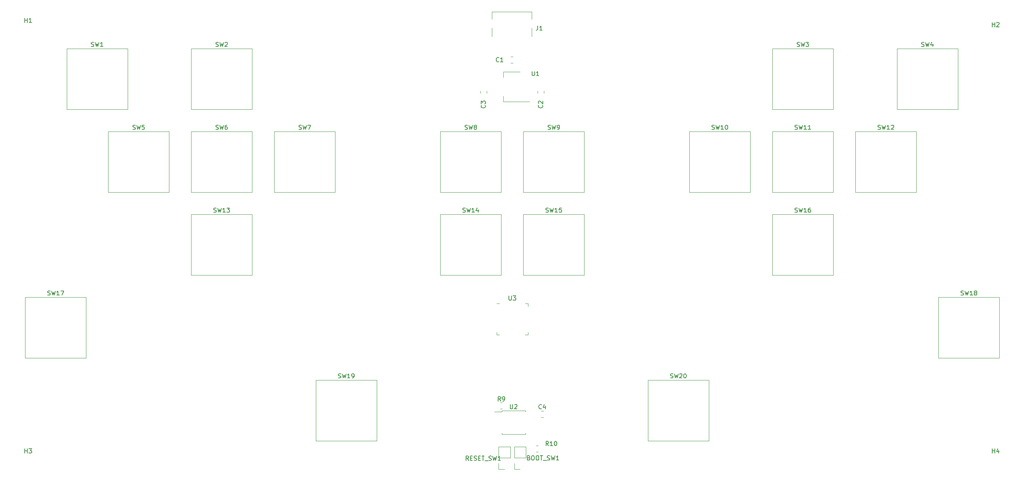
<source format=gbr>
%TF.GenerationSoftware,KiCad,Pcbnew,7.0.7*%
%TF.CreationDate,2023-10-04T19:00:40+09:00*%
%TF.ProjectId,Sixtar-Switch,53697874-6172-42d5-9377-697463682e6b,rev?*%
%TF.SameCoordinates,Original*%
%TF.FileFunction,Legend,Top*%
%TF.FilePolarity,Positive*%
%FSLAX46Y46*%
G04 Gerber Fmt 4.6, Leading zero omitted, Abs format (unit mm)*
G04 Created by KiCad (PCBNEW 7.0.7) date 2023-10-04 19:00:40*
%MOMM*%
%LPD*%
G01*
G04 APERTURE LIST*
%ADD10C,0.150000*%
%ADD11C,0.120000*%
G04 APERTURE END LIST*
D10*
X248238095Y-119454819D02*
X248238095Y-118454819D01*
X248238095Y-118931009D02*
X248809523Y-118931009D01*
X248809523Y-119454819D02*
X248809523Y-118454819D01*
X249714285Y-118788152D02*
X249714285Y-119454819D01*
X249476190Y-118407200D02*
X249238095Y-119121485D01*
X249238095Y-119121485D02*
X249857142Y-119121485D01*
X26238095Y-119454819D02*
X26238095Y-118454819D01*
X26238095Y-118931009D02*
X26809523Y-118931009D01*
X26809523Y-119454819D02*
X26809523Y-118454819D01*
X27190476Y-118454819D02*
X27809523Y-118454819D01*
X27809523Y-118454819D02*
X27476190Y-118835771D01*
X27476190Y-118835771D02*
X27619047Y-118835771D01*
X27619047Y-118835771D02*
X27714285Y-118883390D01*
X27714285Y-118883390D02*
X27761904Y-118931009D01*
X27761904Y-118931009D02*
X27809523Y-119026247D01*
X27809523Y-119026247D02*
X27809523Y-119264342D01*
X27809523Y-119264342D02*
X27761904Y-119359580D01*
X27761904Y-119359580D02*
X27714285Y-119407200D01*
X27714285Y-119407200D02*
X27619047Y-119454819D01*
X27619047Y-119454819D02*
X27333333Y-119454819D01*
X27333333Y-119454819D02*
X27238095Y-119407200D01*
X27238095Y-119407200D02*
X27190476Y-119359580D01*
X248238095Y-21454819D02*
X248238095Y-20454819D01*
X248238095Y-20931009D02*
X248809523Y-20931009D01*
X248809523Y-21454819D02*
X248809523Y-20454819D01*
X249238095Y-20550057D02*
X249285714Y-20502438D01*
X249285714Y-20502438D02*
X249380952Y-20454819D01*
X249380952Y-20454819D02*
X249619047Y-20454819D01*
X249619047Y-20454819D02*
X249714285Y-20502438D01*
X249714285Y-20502438D02*
X249761904Y-20550057D01*
X249761904Y-20550057D02*
X249809523Y-20645295D01*
X249809523Y-20645295D02*
X249809523Y-20740533D01*
X249809523Y-20740533D02*
X249761904Y-20883390D01*
X249761904Y-20883390D02*
X249190476Y-21454819D01*
X249190476Y-21454819D02*
X249809523Y-21454819D01*
X26238095Y-20454819D02*
X26238095Y-19454819D01*
X26238095Y-19931009D02*
X26809523Y-19931009D01*
X26809523Y-20454819D02*
X26809523Y-19454819D01*
X27809523Y-20454819D02*
X27238095Y-20454819D01*
X27523809Y-20454819D02*
X27523809Y-19454819D01*
X27523809Y-19454819D02*
X27428571Y-19597676D01*
X27428571Y-19597676D02*
X27333333Y-19692914D01*
X27333333Y-19692914D02*
X27238095Y-19740533D01*
X98196726Y-102165075D02*
X98339583Y-102212694D01*
X98339583Y-102212694D02*
X98577678Y-102212694D01*
X98577678Y-102212694D02*
X98672916Y-102165075D01*
X98672916Y-102165075D02*
X98720535Y-102117455D01*
X98720535Y-102117455D02*
X98768154Y-102022217D01*
X98768154Y-102022217D02*
X98768154Y-101926979D01*
X98768154Y-101926979D02*
X98720535Y-101831741D01*
X98720535Y-101831741D02*
X98672916Y-101784122D01*
X98672916Y-101784122D02*
X98577678Y-101736503D01*
X98577678Y-101736503D02*
X98387202Y-101688884D01*
X98387202Y-101688884D02*
X98291964Y-101641265D01*
X98291964Y-101641265D02*
X98244345Y-101593646D01*
X98244345Y-101593646D02*
X98196726Y-101498408D01*
X98196726Y-101498408D02*
X98196726Y-101403170D01*
X98196726Y-101403170D02*
X98244345Y-101307932D01*
X98244345Y-101307932D02*
X98291964Y-101260313D01*
X98291964Y-101260313D02*
X98387202Y-101212694D01*
X98387202Y-101212694D02*
X98625297Y-101212694D01*
X98625297Y-101212694D02*
X98768154Y-101260313D01*
X99101488Y-101212694D02*
X99339583Y-102212694D01*
X99339583Y-102212694D02*
X99530059Y-101498408D01*
X99530059Y-101498408D02*
X99720535Y-102212694D01*
X99720535Y-102212694D02*
X99958631Y-101212694D01*
X100863392Y-102212694D02*
X100291964Y-102212694D01*
X100577678Y-102212694D02*
X100577678Y-101212694D01*
X100577678Y-101212694D02*
X100482440Y-101355551D01*
X100482440Y-101355551D02*
X100387202Y-101450789D01*
X100387202Y-101450789D02*
X100291964Y-101498408D01*
X101339583Y-102212694D02*
X101530059Y-102212694D01*
X101530059Y-102212694D02*
X101625297Y-102165075D01*
X101625297Y-102165075D02*
X101672916Y-102117455D01*
X101672916Y-102117455D02*
X101768154Y-101974598D01*
X101768154Y-101974598D02*
X101815773Y-101784122D01*
X101815773Y-101784122D02*
X101815773Y-101403170D01*
X101815773Y-101403170D02*
X101768154Y-101307932D01*
X101768154Y-101307932D02*
X101720535Y-101260313D01*
X101720535Y-101260313D02*
X101625297Y-101212694D01*
X101625297Y-101212694D02*
X101434821Y-101212694D01*
X101434821Y-101212694D02*
X101339583Y-101260313D01*
X101339583Y-101260313D02*
X101291964Y-101307932D01*
X101291964Y-101307932D02*
X101244345Y-101403170D01*
X101244345Y-101403170D02*
X101244345Y-101641265D01*
X101244345Y-101641265D02*
X101291964Y-101736503D01*
X101291964Y-101736503D02*
X101339583Y-101784122D01*
X101339583Y-101784122D02*
X101434821Y-101831741D01*
X101434821Y-101831741D02*
X101625297Y-101831741D01*
X101625297Y-101831741D02*
X101720535Y-101784122D01*
X101720535Y-101784122D02*
X101768154Y-101736503D01*
X101768154Y-101736503D02*
X101815773Y-101641265D01*
X137338095Y-83334819D02*
X137338095Y-84144342D01*
X137338095Y-84144342D02*
X137385714Y-84239580D01*
X137385714Y-84239580D02*
X137433333Y-84287200D01*
X137433333Y-84287200D02*
X137528571Y-84334819D01*
X137528571Y-84334819D02*
X137719047Y-84334819D01*
X137719047Y-84334819D02*
X137814285Y-84287200D01*
X137814285Y-84287200D02*
X137861904Y-84239580D01*
X137861904Y-84239580D02*
X137909523Y-84144342D01*
X137909523Y-84144342D02*
X137909523Y-83334819D01*
X138290476Y-83334819D02*
X138909523Y-83334819D01*
X138909523Y-83334819D02*
X138576190Y-83715771D01*
X138576190Y-83715771D02*
X138719047Y-83715771D01*
X138719047Y-83715771D02*
X138814285Y-83763390D01*
X138814285Y-83763390D02*
X138861904Y-83811009D01*
X138861904Y-83811009D02*
X138909523Y-83906247D01*
X138909523Y-83906247D02*
X138909523Y-84144342D01*
X138909523Y-84144342D02*
X138861904Y-84239580D01*
X138861904Y-84239580D02*
X138814285Y-84287200D01*
X138814285Y-84287200D02*
X138719047Y-84334819D01*
X138719047Y-84334819D02*
X138433333Y-84334819D01*
X138433333Y-84334819D02*
X138338095Y-84287200D01*
X138338095Y-84287200D02*
X138290476Y-84239580D01*
X128067856Y-121134819D02*
X127734523Y-120658628D01*
X127496428Y-121134819D02*
X127496428Y-120134819D01*
X127496428Y-120134819D02*
X127877380Y-120134819D01*
X127877380Y-120134819D02*
X127972618Y-120182438D01*
X127972618Y-120182438D02*
X128020237Y-120230057D01*
X128020237Y-120230057D02*
X128067856Y-120325295D01*
X128067856Y-120325295D02*
X128067856Y-120468152D01*
X128067856Y-120468152D02*
X128020237Y-120563390D01*
X128020237Y-120563390D02*
X127972618Y-120611009D01*
X127972618Y-120611009D02*
X127877380Y-120658628D01*
X127877380Y-120658628D02*
X127496428Y-120658628D01*
X128496428Y-120611009D02*
X128829761Y-120611009D01*
X128972618Y-121134819D02*
X128496428Y-121134819D01*
X128496428Y-121134819D02*
X128496428Y-120134819D01*
X128496428Y-120134819D02*
X128972618Y-120134819D01*
X129353571Y-121087200D02*
X129496428Y-121134819D01*
X129496428Y-121134819D02*
X129734523Y-121134819D01*
X129734523Y-121134819D02*
X129829761Y-121087200D01*
X129829761Y-121087200D02*
X129877380Y-121039580D01*
X129877380Y-121039580D02*
X129924999Y-120944342D01*
X129924999Y-120944342D02*
X129924999Y-120849104D01*
X129924999Y-120849104D02*
X129877380Y-120753866D01*
X129877380Y-120753866D02*
X129829761Y-120706247D01*
X129829761Y-120706247D02*
X129734523Y-120658628D01*
X129734523Y-120658628D02*
X129544047Y-120611009D01*
X129544047Y-120611009D02*
X129448809Y-120563390D01*
X129448809Y-120563390D02*
X129401190Y-120515771D01*
X129401190Y-120515771D02*
X129353571Y-120420533D01*
X129353571Y-120420533D02*
X129353571Y-120325295D01*
X129353571Y-120325295D02*
X129401190Y-120230057D01*
X129401190Y-120230057D02*
X129448809Y-120182438D01*
X129448809Y-120182438D02*
X129544047Y-120134819D01*
X129544047Y-120134819D02*
X129782142Y-120134819D01*
X129782142Y-120134819D02*
X129924999Y-120182438D01*
X130353571Y-120611009D02*
X130686904Y-120611009D01*
X130829761Y-121134819D02*
X130353571Y-121134819D01*
X130353571Y-121134819D02*
X130353571Y-120134819D01*
X130353571Y-120134819D02*
X130829761Y-120134819D01*
X131115476Y-120134819D02*
X131686904Y-120134819D01*
X131401190Y-121134819D02*
X131401190Y-120134819D01*
X131782143Y-121230057D02*
X132544047Y-121230057D01*
X132734524Y-121087200D02*
X132877381Y-121134819D01*
X132877381Y-121134819D02*
X133115476Y-121134819D01*
X133115476Y-121134819D02*
X133210714Y-121087200D01*
X133210714Y-121087200D02*
X133258333Y-121039580D01*
X133258333Y-121039580D02*
X133305952Y-120944342D01*
X133305952Y-120944342D02*
X133305952Y-120849104D01*
X133305952Y-120849104D02*
X133258333Y-120753866D01*
X133258333Y-120753866D02*
X133210714Y-120706247D01*
X133210714Y-120706247D02*
X133115476Y-120658628D01*
X133115476Y-120658628D02*
X132925000Y-120611009D01*
X132925000Y-120611009D02*
X132829762Y-120563390D01*
X132829762Y-120563390D02*
X132782143Y-120515771D01*
X132782143Y-120515771D02*
X132734524Y-120420533D01*
X132734524Y-120420533D02*
X132734524Y-120325295D01*
X132734524Y-120325295D02*
X132782143Y-120230057D01*
X132782143Y-120230057D02*
X132829762Y-120182438D01*
X132829762Y-120182438D02*
X132925000Y-120134819D01*
X132925000Y-120134819D02*
X133163095Y-120134819D01*
X133163095Y-120134819D02*
X133305952Y-120182438D01*
X133639286Y-120134819D02*
X133877381Y-121134819D01*
X133877381Y-121134819D02*
X134067857Y-120420533D01*
X134067857Y-120420533D02*
X134258333Y-121134819D01*
X134258333Y-121134819D02*
X134496429Y-120134819D01*
X135401190Y-121134819D02*
X134829762Y-121134819D01*
X135115476Y-121134819D02*
X135115476Y-120134819D01*
X135115476Y-120134819D02*
X135020238Y-120277676D01*
X135020238Y-120277676D02*
X134925000Y-120372914D01*
X134925000Y-120372914D02*
X134829762Y-120420533D01*
X41522917Y-25965075D02*
X41665774Y-26012694D01*
X41665774Y-26012694D02*
X41903869Y-26012694D01*
X41903869Y-26012694D02*
X41999107Y-25965075D01*
X41999107Y-25965075D02*
X42046726Y-25917455D01*
X42046726Y-25917455D02*
X42094345Y-25822217D01*
X42094345Y-25822217D02*
X42094345Y-25726979D01*
X42094345Y-25726979D02*
X42046726Y-25631741D01*
X42046726Y-25631741D02*
X41999107Y-25584122D01*
X41999107Y-25584122D02*
X41903869Y-25536503D01*
X41903869Y-25536503D02*
X41713393Y-25488884D01*
X41713393Y-25488884D02*
X41618155Y-25441265D01*
X41618155Y-25441265D02*
X41570536Y-25393646D01*
X41570536Y-25393646D02*
X41522917Y-25298408D01*
X41522917Y-25298408D02*
X41522917Y-25203170D01*
X41522917Y-25203170D02*
X41570536Y-25107932D01*
X41570536Y-25107932D02*
X41618155Y-25060313D01*
X41618155Y-25060313D02*
X41713393Y-25012694D01*
X41713393Y-25012694D02*
X41951488Y-25012694D01*
X41951488Y-25012694D02*
X42094345Y-25060313D01*
X42427679Y-25012694D02*
X42665774Y-26012694D01*
X42665774Y-26012694D02*
X42856250Y-25298408D01*
X42856250Y-25298408D02*
X43046726Y-26012694D01*
X43046726Y-26012694D02*
X43284822Y-25012694D01*
X44189583Y-26012694D02*
X43618155Y-26012694D01*
X43903869Y-26012694D02*
X43903869Y-25012694D01*
X43903869Y-25012694D02*
X43808631Y-25155551D01*
X43808631Y-25155551D02*
X43713393Y-25250789D01*
X43713393Y-25250789D02*
X43618155Y-25298408D01*
X127247917Y-45015075D02*
X127390774Y-45062694D01*
X127390774Y-45062694D02*
X127628869Y-45062694D01*
X127628869Y-45062694D02*
X127724107Y-45015075D01*
X127724107Y-45015075D02*
X127771726Y-44967455D01*
X127771726Y-44967455D02*
X127819345Y-44872217D01*
X127819345Y-44872217D02*
X127819345Y-44776979D01*
X127819345Y-44776979D02*
X127771726Y-44681741D01*
X127771726Y-44681741D02*
X127724107Y-44634122D01*
X127724107Y-44634122D02*
X127628869Y-44586503D01*
X127628869Y-44586503D02*
X127438393Y-44538884D01*
X127438393Y-44538884D02*
X127343155Y-44491265D01*
X127343155Y-44491265D02*
X127295536Y-44443646D01*
X127295536Y-44443646D02*
X127247917Y-44348408D01*
X127247917Y-44348408D02*
X127247917Y-44253170D01*
X127247917Y-44253170D02*
X127295536Y-44157932D01*
X127295536Y-44157932D02*
X127343155Y-44110313D01*
X127343155Y-44110313D02*
X127438393Y-44062694D01*
X127438393Y-44062694D02*
X127676488Y-44062694D01*
X127676488Y-44062694D02*
X127819345Y-44110313D01*
X128152679Y-44062694D02*
X128390774Y-45062694D01*
X128390774Y-45062694D02*
X128581250Y-44348408D01*
X128581250Y-44348408D02*
X128771726Y-45062694D01*
X128771726Y-45062694D02*
X129009822Y-44062694D01*
X129533631Y-44491265D02*
X129438393Y-44443646D01*
X129438393Y-44443646D02*
X129390774Y-44396027D01*
X129390774Y-44396027D02*
X129343155Y-44300789D01*
X129343155Y-44300789D02*
X129343155Y-44253170D01*
X129343155Y-44253170D02*
X129390774Y-44157932D01*
X129390774Y-44157932D02*
X129438393Y-44110313D01*
X129438393Y-44110313D02*
X129533631Y-44062694D01*
X129533631Y-44062694D02*
X129724107Y-44062694D01*
X129724107Y-44062694D02*
X129819345Y-44110313D01*
X129819345Y-44110313D02*
X129866964Y-44157932D01*
X129866964Y-44157932D02*
X129914583Y-44253170D01*
X129914583Y-44253170D02*
X129914583Y-44300789D01*
X129914583Y-44300789D02*
X129866964Y-44396027D01*
X129866964Y-44396027D02*
X129819345Y-44443646D01*
X129819345Y-44443646D02*
X129724107Y-44491265D01*
X129724107Y-44491265D02*
X129533631Y-44491265D01*
X129533631Y-44491265D02*
X129438393Y-44538884D01*
X129438393Y-44538884D02*
X129390774Y-44586503D01*
X129390774Y-44586503D02*
X129343155Y-44681741D01*
X129343155Y-44681741D02*
X129343155Y-44872217D01*
X129343155Y-44872217D02*
X129390774Y-44967455D01*
X129390774Y-44967455D02*
X129438393Y-45015075D01*
X129438393Y-45015075D02*
X129533631Y-45062694D01*
X129533631Y-45062694D02*
X129724107Y-45062694D01*
X129724107Y-45062694D02*
X129819345Y-45015075D01*
X129819345Y-45015075D02*
X129866964Y-44967455D01*
X129866964Y-44967455D02*
X129914583Y-44872217D01*
X129914583Y-44872217D02*
X129914583Y-44681741D01*
X129914583Y-44681741D02*
X129866964Y-44586503D01*
X129866964Y-44586503D02*
X129819345Y-44538884D01*
X129819345Y-44538884D02*
X129724107Y-44491265D01*
X126771726Y-64065075D02*
X126914583Y-64112694D01*
X126914583Y-64112694D02*
X127152678Y-64112694D01*
X127152678Y-64112694D02*
X127247916Y-64065075D01*
X127247916Y-64065075D02*
X127295535Y-64017455D01*
X127295535Y-64017455D02*
X127343154Y-63922217D01*
X127343154Y-63922217D02*
X127343154Y-63826979D01*
X127343154Y-63826979D02*
X127295535Y-63731741D01*
X127295535Y-63731741D02*
X127247916Y-63684122D01*
X127247916Y-63684122D02*
X127152678Y-63636503D01*
X127152678Y-63636503D02*
X126962202Y-63588884D01*
X126962202Y-63588884D02*
X126866964Y-63541265D01*
X126866964Y-63541265D02*
X126819345Y-63493646D01*
X126819345Y-63493646D02*
X126771726Y-63398408D01*
X126771726Y-63398408D02*
X126771726Y-63303170D01*
X126771726Y-63303170D02*
X126819345Y-63207932D01*
X126819345Y-63207932D02*
X126866964Y-63160313D01*
X126866964Y-63160313D02*
X126962202Y-63112694D01*
X126962202Y-63112694D02*
X127200297Y-63112694D01*
X127200297Y-63112694D02*
X127343154Y-63160313D01*
X127676488Y-63112694D02*
X127914583Y-64112694D01*
X127914583Y-64112694D02*
X128105059Y-63398408D01*
X128105059Y-63398408D02*
X128295535Y-64112694D01*
X128295535Y-64112694D02*
X128533631Y-63112694D01*
X129438392Y-64112694D02*
X128866964Y-64112694D01*
X129152678Y-64112694D02*
X129152678Y-63112694D01*
X129152678Y-63112694D02*
X129057440Y-63255551D01*
X129057440Y-63255551D02*
X128962202Y-63350789D01*
X128962202Y-63350789D02*
X128866964Y-63398408D01*
X130295535Y-63446027D02*
X130295535Y-64112694D01*
X130057440Y-63065075D02*
X129819345Y-63779360D01*
X129819345Y-63779360D02*
X130438392Y-63779360D01*
X144989580Y-39476666D02*
X145037200Y-39524285D01*
X145037200Y-39524285D02*
X145084819Y-39667142D01*
X145084819Y-39667142D02*
X145084819Y-39762380D01*
X145084819Y-39762380D02*
X145037200Y-39905237D01*
X145037200Y-39905237D02*
X144941961Y-40000475D01*
X144941961Y-40000475D02*
X144846723Y-40048094D01*
X144846723Y-40048094D02*
X144656247Y-40095713D01*
X144656247Y-40095713D02*
X144513390Y-40095713D01*
X144513390Y-40095713D02*
X144322914Y-40048094D01*
X144322914Y-40048094D02*
X144227676Y-40000475D01*
X144227676Y-40000475D02*
X144132438Y-39905237D01*
X144132438Y-39905237D02*
X144084819Y-39762380D01*
X144084819Y-39762380D02*
X144084819Y-39667142D01*
X144084819Y-39667142D02*
X144132438Y-39524285D01*
X144132438Y-39524285D02*
X144180057Y-39476666D01*
X144180057Y-39095713D02*
X144132438Y-39048094D01*
X144132438Y-39048094D02*
X144084819Y-38952856D01*
X144084819Y-38952856D02*
X144084819Y-38714761D01*
X144084819Y-38714761D02*
X144132438Y-38619523D01*
X144132438Y-38619523D02*
X144180057Y-38571904D01*
X144180057Y-38571904D02*
X144275295Y-38524285D01*
X144275295Y-38524285D02*
X144370533Y-38524285D01*
X144370533Y-38524285D02*
X144513390Y-38571904D01*
X144513390Y-38571904D02*
X145084819Y-39143332D01*
X145084819Y-39143332D02*
X145084819Y-38524285D01*
X202971726Y-64065075D02*
X203114583Y-64112694D01*
X203114583Y-64112694D02*
X203352678Y-64112694D01*
X203352678Y-64112694D02*
X203447916Y-64065075D01*
X203447916Y-64065075D02*
X203495535Y-64017455D01*
X203495535Y-64017455D02*
X203543154Y-63922217D01*
X203543154Y-63922217D02*
X203543154Y-63826979D01*
X203543154Y-63826979D02*
X203495535Y-63731741D01*
X203495535Y-63731741D02*
X203447916Y-63684122D01*
X203447916Y-63684122D02*
X203352678Y-63636503D01*
X203352678Y-63636503D02*
X203162202Y-63588884D01*
X203162202Y-63588884D02*
X203066964Y-63541265D01*
X203066964Y-63541265D02*
X203019345Y-63493646D01*
X203019345Y-63493646D02*
X202971726Y-63398408D01*
X202971726Y-63398408D02*
X202971726Y-63303170D01*
X202971726Y-63303170D02*
X203019345Y-63207932D01*
X203019345Y-63207932D02*
X203066964Y-63160313D01*
X203066964Y-63160313D02*
X203162202Y-63112694D01*
X203162202Y-63112694D02*
X203400297Y-63112694D01*
X203400297Y-63112694D02*
X203543154Y-63160313D01*
X203876488Y-63112694D02*
X204114583Y-64112694D01*
X204114583Y-64112694D02*
X204305059Y-63398408D01*
X204305059Y-63398408D02*
X204495535Y-64112694D01*
X204495535Y-64112694D02*
X204733631Y-63112694D01*
X205638392Y-64112694D02*
X205066964Y-64112694D01*
X205352678Y-64112694D02*
X205352678Y-63112694D01*
X205352678Y-63112694D02*
X205257440Y-63255551D01*
X205257440Y-63255551D02*
X205162202Y-63350789D01*
X205162202Y-63350789D02*
X205066964Y-63398408D01*
X206495535Y-63112694D02*
X206305059Y-63112694D01*
X206305059Y-63112694D02*
X206209821Y-63160313D01*
X206209821Y-63160313D02*
X206162202Y-63207932D01*
X206162202Y-63207932D02*
X206066964Y-63350789D01*
X206066964Y-63350789D02*
X206019345Y-63541265D01*
X206019345Y-63541265D02*
X206019345Y-63922217D01*
X206019345Y-63922217D02*
X206066964Y-64017455D01*
X206066964Y-64017455D02*
X206114583Y-64065075D01*
X206114583Y-64065075D02*
X206209821Y-64112694D01*
X206209821Y-64112694D02*
X206400297Y-64112694D01*
X206400297Y-64112694D02*
X206495535Y-64065075D01*
X206495535Y-64065075D02*
X206543154Y-64017455D01*
X206543154Y-64017455D02*
X206590773Y-63922217D01*
X206590773Y-63922217D02*
X206590773Y-63684122D01*
X206590773Y-63684122D02*
X206543154Y-63588884D01*
X206543154Y-63588884D02*
X206495535Y-63541265D01*
X206495535Y-63541265D02*
X206400297Y-63493646D01*
X206400297Y-63493646D02*
X206209821Y-63493646D01*
X206209821Y-63493646D02*
X206114583Y-63541265D01*
X206114583Y-63541265D02*
X206066964Y-63588884D01*
X206066964Y-63588884D02*
X206019345Y-63684122D01*
X241071726Y-83115075D02*
X241214583Y-83162694D01*
X241214583Y-83162694D02*
X241452678Y-83162694D01*
X241452678Y-83162694D02*
X241547916Y-83115075D01*
X241547916Y-83115075D02*
X241595535Y-83067455D01*
X241595535Y-83067455D02*
X241643154Y-82972217D01*
X241643154Y-82972217D02*
X241643154Y-82876979D01*
X241643154Y-82876979D02*
X241595535Y-82781741D01*
X241595535Y-82781741D02*
X241547916Y-82734122D01*
X241547916Y-82734122D02*
X241452678Y-82686503D01*
X241452678Y-82686503D02*
X241262202Y-82638884D01*
X241262202Y-82638884D02*
X241166964Y-82591265D01*
X241166964Y-82591265D02*
X241119345Y-82543646D01*
X241119345Y-82543646D02*
X241071726Y-82448408D01*
X241071726Y-82448408D02*
X241071726Y-82353170D01*
X241071726Y-82353170D02*
X241119345Y-82257932D01*
X241119345Y-82257932D02*
X241166964Y-82210313D01*
X241166964Y-82210313D02*
X241262202Y-82162694D01*
X241262202Y-82162694D02*
X241500297Y-82162694D01*
X241500297Y-82162694D02*
X241643154Y-82210313D01*
X241976488Y-82162694D02*
X242214583Y-83162694D01*
X242214583Y-83162694D02*
X242405059Y-82448408D01*
X242405059Y-82448408D02*
X242595535Y-83162694D01*
X242595535Y-83162694D02*
X242833631Y-82162694D01*
X243738392Y-83162694D02*
X243166964Y-83162694D01*
X243452678Y-83162694D02*
X243452678Y-82162694D01*
X243452678Y-82162694D02*
X243357440Y-82305551D01*
X243357440Y-82305551D02*
X243262202Y-82400789D01*
X243262202Y-82400789D02*
X243166964Y-82448408D01*
X244309821Y-82591265D02*
X244214583Y-82543646D01*
X244214583Y-82543646D02*
X244166964Y-82496027D01*
X244166964Y-82496027D02*
X244119345Y-82400789D01*
X244119345Y-82400789D02*
X244119345Y-82353170D01*
X244119345Y-82353170D02*
X244166964Y-82257932D01*
X244166964Y-82257932D02*
X244214583Y-82210313D01*
X244214583Y-82210313D02*
X244309821Y-82162694D01*
X244309821Y-82162694D02*
X244500297Y-82162694D01*
X244500297Y-82162694D02*
X244595535Y-82210313D01*
X244595535Y-82210313D02*
X244643154Y-82257932D01*
X244643154Y-82257932D02*
X244690773Y-82353170D01*
X244690773Y-82353170D02*
X244690773Y-82400789D01*
X244690773Y-82400789D02*
X244643154Y-82496027D01*
X244643154Y-82496027D02*
X244595535Y-82543646D01*
X244595535Y-82543646D02*
X244500297Y-82591265D01*
X244500297Y-82591265D02*
X244309821Y-82591265D01*
X244309821Y-82591265D02*
X244214583Y-82638884D01*
X244214583Y-82638884D02*
X244166964Y-82686503D01*
X244166964Y-82686503D02*
X244119345Y-82781741D01*
X244119345Y-82781741D02*
X244119345Y-82972217D01*
X244119345Y-82972217D02*
X244166964Y-83067455D01*
X244166964Y-83067455D02*
X244214583Y-83115075D01*
X244214583Y-83115075D02*
X244309821Y-83162694D01*
X244309821Y-83162694D02*
X244500297Y-83162694D01*
X244500297Y-83162694D02*
X244595535Y-83115075D01*
X244595535Y-83115075D02*
X244643154Y-83067455D01*
X244643154Y-83067455D02*
X244690773Y-82972217D01*
X244690773Y-82972217D02*
X244690773Y-82781741D01*
X244690773Y-82781741D02*
X244643154Y-82686503D01*
X244643154Y-82686503D02*
X244595535Y-82638884D01*
X244595535Y-82638884D02*
X244500297Y-82591265D01*
X89147917Y-45015075D02*
X89290774Y-45062694D01*
X89290774Y-45062694D02*
X89528869Y-45062694D01*
X89528869Y-45062694D02*
X89624107Y-45015075D01*
X89624107Y-45015075D02*
X89671726Y-44967455D01*
X89671726Y-44967455D02*
X89719345Y-44872217D01*
X89719345Y-44872217D02*
X89719345Y-44776979D01*
X89719345Y-44776979D02*
X89671726Y-44681741D01*
X89671726Y-44681741D02*
X89624107Y-44634122D01*
X89624107Y-44634122D02*
X89528869Y-44586503D01*
X89528869Y-44586503D02*
X89338393Y-44538884D01*
X89338393Y-44538884D02*
X89243155Y-44491265D01*
X89243155Y-44491265D02*
X89195536Y-44443646D01*
X89195536Y-44443646D02*
X89147917Y-44348408D01*
X89147917Y-44348408D02*
X89147917Y-44253170D01*
X89147917Y-44253170D02*
X89195536Y-44157932D01*
X89195536Y-44157932D02*
X89243155Y-44110313D01*
X89243155Y-44110313D02*
X89338393Y-44062694D01*
X89338393Y-44062694D02*
X89576488Y-44062694D01*
X89576488Y-44062694D02*
X89719345Y-44110313D01*
X90052679Y-44062694D02*
X90290774Y-45062694D01*
X90290774Y-45062694D02*
X90481250Y-44348408D01*
X90481250Y-44348408D02*
X90671726Y-45062694D01*
X90671726Y-45062694D02*
X90909822Y-44062694D01*
X91195536Y-44062694D02*
X91862202Y-44062694D01*
X91862202Y-44062694D02*
X91433631Y-45062694D01*
X144823333Y-109199580D02*
X144775714Y-109247200D01*
X144775714Y-109247200D02*
X144632857Y-109294819D01*
X144632857Y-109294819D02*
X144537619Y-109294819D01*
X144537619Y-109294819D02*
X144394762Y-109247200D01*
X144394762Y-109247200D02*
X144299524Y-109151961D01*
X144299524Y-109151961D02*
X144251905Y-109056723D01*
X144251905Y-109056723D02*
X144204286Y-108866247D01*
X144204286Y-108866247D02*
X144204286Y-108723390D01*
X144204286Y-108723390D02*
X144251905Y-108532914D01*
X144251905Y-108532914D02*
X144299524Y-108437676D01*
X144299524Y-108437676D02*
X144394762Y-108342438D01*
X144394762Y-108342438D02*
X144537619Y-108294819D01*
X144537619Y-108294819D02*
X144632857Y-108294819D01*
X144632857Y-108294819D02*
X144775714Y-108342438D01*
X144775714Y-108342438D02*
X144823333Y-108390057D01*
X145680476Y-108628152D02*
X145680476Y-109294819D01*
X145442381Y-108247200D02*
X145204286Y-108961485D01*
X145204286Y-108961485D02*
X145823333Y-108961485D01*
X203447917Y-25965075D02*
X203590774Y-26012694D01*
X203590774Y-26012694D02*
X203828869Y-26012694D01*
X203828869Y-26012694D02*
X203924107Y-25965075D01*
X203924107Y-25965075D02*
X203971726Y-25917455D01*
X203971726Y-25917455D02*
X204019345Y-25822217D01*
X204019345Y-25822217D02*
X204019345Y-25726979D01*
X204019345Y-25726979D02*
X203971726Y-25631741D01*
X203971726Y-25631741D02*
X203924107Y-25584122D01*
X203924107Y-25584122D02*
X203828869Y-25536503D01*
X203828869Y-25536503D02*
X203638393Y-25488884D01*
X203638393Y-25488884D02*
X203543155Y-25441265D01*
X203543155Y-25441265D02*
X203495536Y-25393646D01*
X203495536Y-25393646D02*
X203447917Y-25298408D01*
X203447917Y-25298408D02*
X203447917Y-25203170D01*
X203447917Y-25203170D02*
X203495536Y-25107932D01*
X203495536Y-25107932D02*
X203543155Y-25060313D01*
X203543155Y-25060313D02*
X203638393Y-25012694D01*
X203638393Y-25012694D02*
X203876488Y-25012694D01*
X203876488Y-25012694D02*
X204019345Y-25060313D01*
X204352679Y-25012694D02*
X204590774Y-26012694D01*
X204590774Y-26012694D02*
X204781250Y-25298408D01*
X204781250Y-25298408D02*
X204971726Y-26012694D01*
X204971726Y-26012694D02*
X205209822Y-25012694D01*
X205495536Y-25012694D02*
X206114583Y-25012694D01*
X206114583Y-25012694D02*
X205781250Y-25393646D01*
X205781250Y-25393646D02*
X205924107Y-25393646D01*
X205924107Y-25393646D02*
X206019345Y-25441265D01*
X206019345Y-25441265D02*
X206066964Y-25488884D01*
X206066964Y-25488884D02*
X206114583Y-25584122D01*
X206114583Y-25584122D02*
X206114583Y-25822217D01*
X206114583Y-25822217D02*
X206066964Y-25917455D01*
X206066964Y-25917455D02*
X206019345Y-25965075D01*
X206019345Y-25965075D02*
X205924107Y-26012694D01*
X205924107Y-26012694D02*
X205638393Y-26012694D01*
X205638393Y-26012694D02*
X205543155Y-25965075D01*
X205543155Y-25965075D02*
X205495536Y-25917455D01*
X142638095Y-31704819D02*
X142638095Y-32514342D01*
X142638095Y-32514342D02*
X142685714Y-32609580D01*
X142685714Y-32609580D02*
X142733333Y-32657200D01*
X142733333Y-32657200D02*
X142828571Y-32704819D01*
X142828571Y-32704819D02*
X143019047Y-32704819D01*
X143019047Y-32704819D02*
X143114285Y-32657200D01*
X143114285Y-32657200D02*
X143161904Y-32609580D01*
X143161904Y-32609580D02*
X143209523Y-32514342D01*
X143209523Y-32514342D02*
X143209523Y-31704819D01*
X144209523Y-32704819D02*
X143638095Y-32704819D01*
X143923809Y-32704819D02*
X143923809Y-31704819D01*
X143923809Y-31704819D02*
X143828571Y-31847676D01*
X143828571Y-31847676D02*
X143733333Y-31942914D01*
X143733333Y-31942914D02*
X143638095Y-31990533D01*
X31521726Y-83115075D02*
X31664583Y-83162694D01*
X31664583Y-83162694D02*
X31902678Y-83162694D01*
X31902678Y-83162694D02*
X31997916Y-83115075D01*
X31997916Y-83115075D02*
X32045535Y-83067455D01*
X32045535Y-83067455D02*
X32093154Y-82972217D01*
X32093154Y-82972217D02*
X32093154Y-82876979D01*
X32093154Y-82876979D02*
X32045535Y-82781741D01*
X32045535Y-82781741D02*
X31997916Y-82734122D01*
X31997916Y-82734122D02*
X31902678Y-82686503D01*
X31902678Y-82686503D02*
X31712202Y-82638884D01*
X31712202Y-82638884D02*
X31616964Y-82591265D01*
X31616964Y-82591265D02*
X31569345Y-82543646D01*
X31569345Y-82543646D02*
X31521726Y-82448408D01*
X31521726Y-82448408D02*
X31521726Y-82353170D01*
X31521726Y-82353170D02*
X31569345Y-82257932D01*
X31569345Y-82257932D02*
X31616964Y-82210313D01*
X31616964Y-82210313D02*
X31712202Y-82162694D01*
X31712202Y-82162694D02*
X31950297Y-82162694D01*
X31950297Y-82162694D02*
X32093154Y-82210313D01*
X32426488Y-82162694D02*
X32664583Y-83162694D01*
X32664583Y-83162694D02*
X32855059Y-82448408D01*
X32855059Y-82448408D02*
X33045535Y-83162694D01*
X33045535Y-83162694D02*
X33283631Y-82162694D01*
X34188392Y-83162694D02*
X33616964Y-83162694D01*
X33902678Y-83162694D02*
X33902678Y-82162694D01*
X33902678Y-82162694D02*
X33807440Y-82305551D01*
X33807440Y-82305551D02*
X33712202Y-82400789D01*
X33712202Y-82400789D02*
X33616964Y-82448408D01*
X34521726Y-82162694D02*
X35188392Y-82162694D01*
X35188392Y-82162694D02*
X34759821Y-83162694D01*
X69621726Y-64065075D02*
X69764583Y-64112694D01*
X69764583Y-64112694D02*
X70002678Y-64112694D01*
X70002678Y-64112694D02*
X70097916Y-64065075D01*
X70097916Y-64065075D02*
X70145535Y-64017455D01*
X70145535Y-64017455D02*
X70193154Y-63922217D01*
X70193154Y-63922217D02*
X70193154Y-63826979D01*
X70193154Y-63826979D02*
X70145535Y-63731741D01*
X70145535Y-63731741D02*
X70097916Y-63684122D01*
X70097916Y-63684122D02*
X70002678Y-63636503D01*
X70002678Y-63636503D02*
X69812202Y-63588884D01*
X69812202Y-63588884D02*
X69716964Y-63541265D01*
X69716964Y-63541265D02*
X69669345Y-63493646D01*
X69669345Y-63493646D02*
X69621726Y-63398408D01*
X69621726Y-63398408D02*
X69621726Y-63303170D01*
X69621726Y-63303170D02*
X69669345Y-63207932D01*
X69669345Y-63207932D02*
X69716964Y-63160313D01*
X69716964Y-63160313D02*
X69812202Y-63112694D01*
X69812202Y-63112694D02*
X70050297Y-63112694D01*
X70050297Y-63112694D02*
X70193154Y-63160313D01*
X70526488Y-63112694D02*
X70764583Y-64112694D01*
X70764583Y-64112694D02*
X70955059Y-63398408D01*
X70955059Y-63398408D02*
X71145535Y-64112694D01*
X71145535Y-64112694D02*
X71383631Y-63112694D01*
X72288392Y-64112694D02*
X71716964Y-64112694D01*
X72002678Y-64112694D02*
X72002678Y-63112694D01*
X72002678Y-63112694D02*
X71907440Y-63255551D01*
X71907440Y-63255551D02*
X71812202Y-63350789D01*
X71812202Y-63350789D02*
X71716964Y-63398408D01*
X72621726Y-63112694D02*
X73240773Y-63112694D01*
X73240773Y-63112694D02*
X72907440Y-63493646D01*
X72907440Y-63493646D02*
X73050297Y-63493646D01*
X73050297Y-63493646D02*
X73145535Y-63541265D01*
X73145535Y-63541265D02*
X73193154Y-63588884D01*
X73193154Y-63588884D02*
X73240773Y-63684122D01*
X73240773Y-63684122D02*
X73240773Y-63922217D01*
X73240773Y-63922217D02*
X73193154Y-64017455D01*
X73193154Y-64017455D02*
X73145535Y-64065075D01*
X73145535Y-64065075D02*
X73050297Y-64112694D01*
X73050297Y-64112694D02*
X72764583Y-64112694D01*
X72764583Y-64112694D02*
X72669345Y-64065075D01*
X72669345Y-64065075D02*
X72621726Y-64017455D01*
X183921726Y-45015075D02*
X184064583Y-45062694D01*
X184064583Y-45062694D02*
X184302678Y-45062694D01*
X184302678Y-45062694D02*
X184397916Y-45015075D01*
X184397916Y-45015075D02*
X184445535Y-44967455D01*
X184445535Y-44967455D02*
X184493154Y-44872217D01*
X184493154Y-44872217D02*
X184493154Y-44776979D01*
X184493154Y-44776979D02*
X184445535Y-44681741D01*
X184445535Y-44681741D02*
X184397916Y-44634122D01*
X184397916Y-44634122D02*
X184302678Y-44586503D01*
X184302678Y-44586503D02*
X184112202Y-44538884D01*
X184112202Y-44538884D02*
X184016964Y-44491265D01*
X184016964Y-44491265D02*
X183969345Y-44443646D01*
X183969345Y-44443646D02*
X183921726Y-44348408D01*
X183921726Y-44348408D02*
X183921726Y-44253170D01*
X183921726Y-44253170D02*
X183969345Y-44157932D01*
X183969345Y-44157932D02*
X184016964Y-44110313D01*
X184016964Y-44110313D02*
X184112202Y-44062694D01*
X184112202Y-44062694D02*
X184350297Y-44062694D01*
X184350297Y-44062694D02*
X184493154Y-44110313D01*
X184826488Y-44062694D02*
X185064583Y-45062694D01*
X185064583Y-45062694D02*
X185255059Y-44348408D01*
X185255059Y-44348408D02*
X185445535Y-45062694D01*
X185445535Y-45062694D02*
X185683631Y-44062694D01*
X186588392Y-45062694D02*
X186016964Y-45062694D01*
X186302678Y-45062694D02*
X186302678Y-44062694D01*
X186302678Y-44062694D02*
X186207440Y-44205551D01*
X186207440Y-44205551D02*
X186112202Y-44300789D01*
X186112202Y-44300789D02*
X186016964Y-44348408D01*
X187207440Y-44062694D02*
X187302678Y-44062694D01*
X187302678Y-44062694D02*
X187397916Y-44110313D01*
X187397916Y-44110313D02*
X187445535Y-44157932D01*
X187445535Y-44157932D02*
X187493154Y-44253170D01*
X187493154Y-44253170D02*
X187540773Y-44443646D01*
X187540773Y-44443646D02*
X187540773Y-44681741D01*
X187540773Y-44681741D02*
X187493154Y-44872217D01*
X187493154Y-44872217D02*
X187445535Y-44967455D01*
X187445535Y-44967455D02*
X187397916Y-45015075D01*
X187397916Y-45015075D02*
X187302678Y-45062694D01*
X187302678Y-45062694D02*
X187207440Y-45062694D01*
X187207440Y-45062694D02*
X187112202Y-45015075D01*
X187112202Y-45015075D02*
X187064583Y-44967455D01*
X187064583Y-44967455D02*
X187016964Y-44872217D01*
X187016964Y-44872217D02*
X186969345Y-44681741D01*
X186969345Y-44681741D02*
X186969345Y-44443646D01*
X186969345Y-44443646D02*
X187016964Y-44253170D01*
X187016964Y-44253170D02*
X187064583Y-44157932D01*
X187064583Y-44157932D02*
X187112202Y-44110313D01*
X187112202Y-44110313D02*
X187207440Y-44062694D01*
X146297917Y-45015075D02*
X146440774Y-45062694D01*
X146440774Y-45062694D02*
X146678869Y-45062694D01*
X146678869Y-45062694D02*
X146774107Y-45015075D01*
X146774107Y-45015075D02*
X146821726Y-44967455D01*
X146821726Y-44967455D02*
X146869345Y-44872217D01*
X146869345Y-44872217D02*
X146869345Y-44776979D01*
X146869345Y-44776979D02*
X146821726Y-44681741D01*
X146821726Y-44681741D02*
X146774107Y-44634122D01*
X146774107Y-44634122D02*
X146678869Y-44586503D01*
X146678869Y-44586503D02*
X146488393Y-44538884D01*
X146488393Y-44538884D02*
X146393155Y-44491265D01*
X146393155Y-44491265D02*
X146345536Y-44443646D01*
X146345536Y-44443646D02*
X146297917Y-44348408D01*
X146297917Y-44348408D02*
X146297917Y-44253170D01*
X146297917Y-44253170D02*
X146345536Y-44157932D01*
X146345536Y-44157932D02*
X146393155Y-44110313D01*
X146393155Y-44110313D02*
X146488393Y-44062694D01*
X146488393Y-44062694D02*
X146726488Y-44062694D01*
X146726488Y-44062694D02*
X146869345Y-44110313D01*
X147202679Y-44062694D02*
X147440774Y-45062694D01*
X147440774Y-45062694D02*
X147631250Y-44348408D01*
X147631250Y-44348408D02*
X147821726Y-45062694D01*
X147821726Y-45062694D02*
X148059822Y-44062694D01*
X148488393Y-45062694D02*
X148678869Y-45062694D01*
X148678869Y-45062694D02*
X148774107Y-45015075D01*
X148774107Y-45015075D02*
X148821726Y-44967455D01*
X148821726Y-44967455D02*
X148916964Y-44824598D01*
X148916964Y-44824598D02*
X148964583Y-44634122D01*
X148964583Y-44634122D02*
X148964583Y-44253170D01*
X148964583Y-44253170D02*
X148916964Y-44157932D01*
X148916964Y-44157932D02*
X148869345Y-44110313D01*
X148869345Y-44110313D02*
X148774107Y-44062694D01*
X148774107Y-44062694D02*
X148583631Y-44062694D01*
X148583631Y-44062694D02*
X148488393Y-44110313D01*
X148488393Y-44110313D02*
X148440774Y-44157932D01*
X148440774Y-44157932D02*
X148393155Y-44253170D01*
X148393155Y-44253170D02*
X148393155Y-44491265D01*
X148393155Y-44491265D02*
X148440774Y-44586503D01*
X148440774Y-44586503D02*
X148488393Y-44634122D01*
X148488393Y-44634122D02*
X148583631Y-44681741D01*
X148583631Y-44681741D02*
X148774107Y-44681741D01*
X148774107Y-44681741D02*
X148869345Y-44634122D01*
X148869345Y-44634122D02*
X148916964Y-44586503D01*
X148916964Y-44586503D02*
X148964583Y-44491265D01*
X131859580Y-39496666D02*
X131907200Y-39544285D01*
X131907200Y-39544285D02*
X131954819Y-39687142D01*
X131954819Y-39687142D02*
X131954819Y-39782380D01*
X131954819Y-39782380D02*
X131907200Y-39925237D01*
X131907200Y-39925237D02*
X131811961Y-40020475D01*
X131811961Y-40020475D02*
X131716723Y-40068094D01*
X131716723Y-40068094D02*
X131526247Y-40115713D01*
X131526247Y-40115713D02*
X131383390Y-40115713D01*
X131383390Y-40115713D02*
X131192914Y-40068094D01*
X131192914Y-40068094D02*
X131097676Y-40020475D01*
X131097676Y-40020475D02*
X131002438Y-39925237D01*
X131002438Y-39925237D02*
X130954819Y-39782380D01*
X130954819Y-39782380D02*
X130954819Y-39687142D01*
X130954819Y-39687142D02*
X131002438Y-39544285D01*
X131002438Y-39544285D02*
X131050057Y-39496666D01*
X130954819Y-39163332D02*
X130954819Y-38544285D01*
X130954819Y-38544285D02*
X131335771Y-38877618D01*
X131335771Y-38877618D02*
X131335771Y-38734761D01*
X131335771Y-38734761D02*
X131383390Y-38639523D01*
X131383390Y-38639523D02*
X131431009Y-38591904D01*
X131431009Y-38591904D02*
X131526247Y-38544285D01*
X131526247Y-38544285D02*
X131764342Y-38544285D01*
X131764342Y-38544285D02*
X131859580Y-38591904D01*
X131859580Y-38591904D02*
X131907200Y-38639523D01*
X131907200Y-38639523D02*
X131954819Y-38734761D01*
X131954819Y-38734761D02*
X131954819Y-39020475D01*
X131954819Y-39020475D02*
X131907200Y-39115713D01*
X131907200Y-39115713D02*
X131859580Y-39163332D01*
X137638095Y-108294819D02*
X137638095Y-109104342D01*
X137638095Y-109104342D02*
X137685714Y-109199580D01*
X137685714Y-109199580D02*
X137733333Y-109247200D01*
X137733333Y-109247200D02*
X137828571Y-109294819D01*
X137828571Y-109294819D02*
X138019047Y-109294819D01*
X138019047Y-109294819D02*
X138114285Y-109247200D01*
X138114285Y-109247200D02*
X138161904Y-109199580D01*
X138161904Y-109199580D02*
X138209523Y-109104342D01*
X138209523Y-109104342D02*
X138209523Y-108294819D01*
X138638095Y-108390057D02*
X138685714Y-108342438D01*
X138685714Y-108342438D02*
X138780952Y-108294819D01*
X138780952Y-108294819D02*
X139019047Y-108294819D01*
X139019047Y-108294819D02*
X139114285Y-108342438D01*
X139114285Y-108342438D02*
X139161904Y-108390057D01*
X139161904Y-108390057D02*
X139209523Y-108485295D01*
X139209523Y-108485295D02*
X139209523Y-108580533D01*
X139209523Y-108580533D02*
X139161904Y-108723390D01*
X139161904Y-108723390D02*
X138590476Y-109294819D01*
X138590476Y-109294819D02*
X139209523Y-109294819D01*
X174396726Y-102165075D02*
X174539583Y-102212694D01*
X174539583Y-102212694D02*
X174777678Y-102212694D01*
X174777678Y-102212694D02*
X174872916Y-102165075D01*
X174872916Y-102165075D02*
X174920535Y-102117455D01*
X174920535Y-102117455D02*
X174968154Y-102022217D01*
X174968154Y-102022217D02*
X174968154Y-101926979D01*
X174968154Y-101926979D02*
X174920535Y-101831741D01*
X174920535Y-101831741D02*
X174872916Y-101784122D01*
X174872916Y-101784122D02*
X174777678Y-101736503D01*
X174777678Y-101736503D02*
X174587202Y-101688884D01*
X174587202Y-101688884D02*
X174491964Y-101641265D01*
X174491964Y-101641265D02*
X174444345Y-101593646D01*
X174444345Y-101593646D02*
X174396726Y-101498408D01*
X174396726Y-101498408D02*
X174396726Y-101403170D01*
X174396726Y-101403170D02*
X174444345Y-101307932D01*
X174444345Y-101307932D02*
X174491964Y-101260313D01*
X174491964Y-101260313D02*
X174587202Y-101212694D01*
X174587202Y-101212694D02*
X174825297Y-101212694D01*
X174825297Y-101212694D02*
X174968154Y-101260313D01*
X175301488Y-101212694D02*
X175539583Y-102212694D01*
X175539583Y-102212694D02*
X175730059Y-101498408D01*
X175730059Y-101498408D02*
X175920535Y-102212694D01*
X175920535Y-102212694D02*
X176158631Y-101212694D01*
X176491964Y-101307932D02*
X176539583Y-101260313D01*
X176539583Y-101260313D02*
X176634821Y-101212694D01*
X176634821Y-101212694D02*
X176872916Y-101212694D01*
X176872916Y-101212694D02*
X176968154Y-101260313D01*
X176968154Y-101260313D02*
X177015773Y-101307932D01*
X177015773Y-101307932D02*
X177063392Y-101403170D01*
X177063392Y-101403170D02*
X177063392Y-101498408D01*
X177063392Y-101498408D02*
X177015773Y-101641265D01*
X177015773Y-101641265D02*
X176444345Y-102212694D01*
X176444345Y-102212694D02*
X177063392Y-102212694D01*
X177682440Y-101212694D02*
X177777678Y-101212694D01*
X177777678Y-101212694D02*
X177872916Y-101260313D01*
X177872916Y-101260313D02*
X177920535Y-101307932D01*
X177920535Y-101307932D02*
X177968154Y-101403170D01*
X177968154Y-101403170D02*
X178015773Y-101593646D01*
X178015773Y-101593646D02*
X178015773Y-101831741D01*
X178015773Y-101831741D02*
X177968154Y-102022217D01*
X177968154Y-102022217D02*
X177920535Y-102117455D01*
X177920535Y-102117455D02*
X177872916Y-102165075D01*
X177872916Y-102165075D02*
X177777678Y-102212694D01*
X177777678Y-102212694D02*
X177682440Y-102212694D01*
X177682440Y-102212694D02*
X177587202Y-102165075D01*
X177587202Y-102165075D02*
X177539583Y-102117455D01*
X177539583Y-102117455D02*
X177491964Y-102022217D01*
X177491964Y-102022217D02*
X177444345Y-101831741D01*
X177444345Y-101831741D02*
X177444345Y-101593646D01*
X177444345Y-101593646D02*
X177491964Y-101403170D01*
X177491964Y-101403170D02*
X177539583Y-101307932D01*
X177539583Y-101307932D02*
X177587202Y-101260313D01*
X177587202Y-101260313D02*
X177682440Y-101212694D01*
X135433333Y-107504819D02*
X135100000Y-107028628D01*
X134861905Y-107504819D02*
X134861905Y-106504819D01*
X134861905Y-106504819D02*
X135242857Y-106504819D01*
X135242857Y-106504819D02*
X135338095Y-106552438D01*
X135338095Y-106552438D02*
X135385714Y-106600057D01*
X135385714Y-106600057D02*
X135433333Y-106695295D01*
X135433333Y-106695295D02*
X135433333Y-106838152D01*
X135433333Y-106838152D02*
X135385714Y-106933390D01*
X135385714Y-106933390D02*
X135338095Y-106981009D01*
X135338095Y-106981009D02*
X135242857Y-107028628D01*
X135242857Y-107028628D02*
X134861905Y-107028628D01*
X135909524Y-107504819D02*
X136100000Y-107504819D01*
X136100000Y-107504819D02*
X136195238Y-107457200D01*
X136195238Y-107457200D02*
X136242857Y-107409580D01*
X136242857Y-107409580D02*
X136338095Y-107266723D01*
X136338095Y-107266723D02*
X136385714Y-107076247D01*
X136385714Y-107076247D02*
X136385714Y-106695295D01*
X136385714Y-106695295D02*
X136338095Y-106600057D01*
X136338095Y-106600057D02*
X136290476Y-106552438D01*
X136290476Y-106552438D02*
X136195238Y-106504819D01*
X136195238Y-106504819D02*
X136004762Y-106504819D01*
X136004762Y-106504819D02*
X135909524Y-106552438D01*
X135909524Y-106552438D02*
X135861905Y-106600057D01*
X135861905Y-106600057D02*
X135814286Y-106695295D01*
X135814286Y-106695295D02*
X135814286Y-106933390D01*
X135814286Y-106933390D02*
X135861905Y-107028628D01*
X135861905Y-107028628D02*
X135909524Y-107076247D01*
X135909524Y-107076247D02*
X136004762Y-107123866D01*
X136004762Y-107123866D02*
X136195238Y-107123866D01*
X136195238Y-107123866D02*
X136290476Y-107076247D01*
X136290476Y-107076247D02*
X136338095Y-107028628D01*
X136338095Y-107028628D02*
X136385714Y-106933390D01*
X70097917Y-25965075D02*
X70240774Y-26012694D01*
X70240774Y-26012694D02*
X70478869Y-26012694D01*
X70478869Y-26012694D02*
X70574107Y-25965075D01*
X70574107Y-25965075D02*
X70621726Y-25917455D01*
X70621726Y-25917455D02*
X70669345Y-25822217D01*
X70669345Y-25822217D02*
X70669345Y-25726979D01*
X70669345Y-25726979D02*
X70621726Y-25631741D01*
X70621726Y-25631741D02*
X70574107Y-25584122D01*
X70574107Y-25584122D02*
X70478869Y-25536503D01*
X70478869Y-25536503D02*
X70288393Y-25488884D01*
X70288393Y-25488884D02*
X70193155Y-25441265D01*
X70193155Y-25441265D02*
X70145536Y-25393646D01*
X70145536Y-25393646D02*
X70097917Y-25298408D01*
X70097917Y-25298408D02*
X70097917Y-25203170D01*
X70097917Y-25203170D02*
X70145536Y-25107932D01*
X70145536Y-25107932D02*
X70193155Y-25060313D01*
X70193155Y-25060313D02*
X70288393Y-25012694D01*
X70288393Y-25012694D02*
X70526488Y-25012694D01*
X70526488Y-25012694D02*
X70669345Y-25060313D01*
X71002679Y-25012694D02*
X71240774Y-26012694D01*
X71240774Y-26012694D02*
X71431250Y-25298408D01*
X71431250Y-25298408D02*
X71621726Y-26012694D01*
X71621726Y-26012694D02*
X71859822Y-25012694D01*
X72193155Y-25107932D02*
X72240774Y-25060313D01*
X72240774Y-25060313D02*
X72336012Y-25012694D01*
X72336012Y-25012694D02*
X72574107Y-25012694D01*
X72574107Y-25012694D02*
X72669345Y-25060313D01*
X72669345Y-25060313D02*
X72716964Y-25107932D01*
X72716964Y-25107932D02*
X72764583Y-25203170D01*
X72764583Y-25203170D02*
X72764583Y-25298408D01*
X72764583Y-25298408D02*
X72716964Y-25441265D01*
X72716964Y-25441265D02*
X72145536Y-26012694D01*
X72145536Y-26012694D02*
X72764583Y-26012694D01*
X202971726Y-45015075D02*
X203114583Y-45062694D01*
X203114583Y-45062694D02*
X203352678Y-45062694D01*
X203352678Y-45062694D02*
X203447916Y-45015075D01*
X203447916Y-45015075D02*
X203495535Y-44967455D01*
X203495535Y-44967455D02*
X203543154Y-44872217D01*
X203543154Y-44872217D02*
X203543154Y-44776979D01*
X203543154Y-44776979D02*
X203495535Y-44681741D01*
X203495535Y-44681741D02*
X203447916Y-44634122D01*
X203447916Y-44634122D02*
X203352678Y-44586503D01*
X203352678Y-44586503D02*
X203162202Y-44538884D01*
X203162202Y-44538884D02*
X203066964Y-44491265D01*
X203066964Y-44491265D02*
X203019345Y-44443646D01*
X203019345Y-44443646D02*
X202971726Y-44348408D01*
X202971726Y-44348408D02*
X202971726Y-44253170D01*
X202971726Y-44253170D02*
X203019345Y-44157932D01*
X203019345Y-44157932D02*
X203066964Y-44110313D01*
X203066964Y-44110313D02*
X203162202Y-44062694D01*
X203162202Y-44062694D02*
X203400297Y-44062694D01*
X203400297Y-44062694D02*
X203543154Y-44110313D01*
X203876488Y-44062694D02*
X204114583Y-45062694D01*
X204114583Y-45062694D02*
X204305059Y-44348408D01*
X204305059Y-44348408D02*
X204495535Y-45062694D01*
X204495535Y-45062694D02*
X204733631Y-44062694D01*
X205638392Y-45062694D02*
X205066964Y-45062694D01*
X205352678Y-45062694D02*
X205352678Y-44062694D01*
X205352678Y-44062694D02*
X205257440Y-44205551D01*
X205257440Y-44205551D02*
X205162202Y-44300789D01*
X205162202Y-44300789D02*
X205066964Y-44348408D01*
X206590773Y-45062694D02*
X206019345Y-45062694D01*
X206305059Y-45062694D02*
X206305059Y-44062694D01*
X206305059Y-44062694D02*
X206209821Y-44205551D01*
X206209821Y-44205551D02*
X206114583Y-44300789D01*
X206114583Y-44300789D02*
X206019345Y-44348408D01*
X135033333Y-29409580D02*
X134985714Y-29457200D01*
X134985714Y-29457200D02*
X134842857Y-29504819D01*
X134842857Y-29504819D02*
X134747619Y-29504819D01*
X134747619Y-29504819D02*
X134604762Y-29457200D01*
X134604762Y-29457200D02*
X134509524Y-29361961D01*
X134509524Y-29361961D02*
X134461905Y-29266723D01*
X134461905Y-29266723D02*
X134414286Y-29076247D01*
X134414286Y-29076247D02*
X134414286Y-28933390D01*
X134414286Y-28933390D02*
X134461905Y-28742914D01*
X134461905Y-28742914D02*
X134509524Y-28647676D01*
X134509524Y-28647676D02*
X134604762Y-28552438D01*
X134604762Y-28552438D02*
X134747619Y-28504819D01*
X134747619Y-28504819D02*
X134842857Y-28504819D01*
X134842857Y-28504819D02*
X134985714Y-28552438D01*
X134985714Y-28552438D02*
X135033333Y-28600057D01*
X135985714Y-29504819D02*
X135414286Y-29504819D01*
X135700000Y-29504819D02*
X135700000Y-28504819D01*
X135700000Y-28504819D02*
X135604762Y-28647676D01*
X135604762Y-28647676D02*
X135509524Y-28742914D01*
X135509524Y-28742914D02*
X135414286Y-28790533D01*
X70097917Y-45015075D02*
X70240774Y-45062694D01*
X70240774Y-45062694D02*
X70478869Y-45062694D01*
X70478869Y-45062694D02*
X70574107Y-45015075D01*
X70574107Y-45015075D02*
X70621726Y-44967455D01*
X70621726Y-44967455D02*
X70669345Y-44872217D01*
X70669345Y-44872217D02*
X70669345Y-44776979D01*
X70669345Y-44776979D02*
X70621726Y-44681741D01*
X70621726Y-44681741D02*
X70574107Y-44634122D01*
X70574107Y-44634122D02*
X70478869Y-44586503D01*
X70478869Y-44586503D02*
X70288393Y-44538884D01*
X70288393Y-44538884D02*
X70193155Y-44491265D01*
X70193155Y-44491265D02*
X70145536Y-44443646D01*
X70145536Y-44443646D02*
X70097917Y-44348408D01*
X70097917Y-44348408D02*
X70097917Y-44253170D01*
X70097917Y-44253170D02*
X70145536Y-44157932D01*
X70145536Y-44157932D02*
X70193155Y-44110313D01*
X70193155Y-44110313D02*
X70288393Y-44062694D01*
X70288393Y-44062694D02*
X70526488Y-44062694D01*
X70526488Y-44062694D02*
X70669345Y-44110313D01*
X71002679Y-44062694D02*
X71240774Y-45062694D01*
X71240774Y-45062694D02*
X71431250Y-44348408D01*
X71431250Y-44348408D02*
X71621726Y-45062694D01*
X71621726Y-45062694D02*
X71859822Y-44062694D01*
X72669345Y-44062694D02*
X72478869Y-44062694D01*
X72478869Y-44062694D02*
X72383631Y-44110313D01*
X72383631Y-44110313D02*
X72336012Y-44157932D01*
X72336012Y-44157932D02*
X72240774Y-44300789D01*
X72240774Y-44300789D02*
X72193155Y-44491265D01*
X72193155Y-44491265D02*
X72193155Y-44872217D01*
X72193155Y-44872217D02*
X72240774Y-44967455D01*
X72240774Y-44967455D02*
X72288393Y-45015075D01*
X72288393Y-45015075D02*
X72383631Y-45062694D01*
X72383631Y-45062694D02*
X72574107Y-45062694D01*
X72574107Y-45062694D02*
X72669345Y-45015075D01*
X72669345Y-45015075D02*
X72716964Y-44967455D01*
X72716964Y-44967455D02*
X72764583Y-44872217D01*
X72764583Y-44872217D02*
X72764583Y-44634122D01*
X72764583Y-44634122D02*
X72716964Y-44538884D01*
X72716964Y-44538884D02*
X72669345Y-44491265D01*
X72669345Y-44491265D02*
X72574107Y-44443646D01*
X72574107Y-44443646D02*
X72383631Y-44443646D01*
X72383631Y-44443646D02*
X72288393Y-44491265D01*
X72288393Y-44491265D02*
X72240774Y-44538884D01*
X72240774Y-44538884D02*
X72193155Y-44634122D01*
X51047917Y-45015075D02*
X51190774Y-45062694D01*
X51190774Y-45062694D02*
X51428869Y-45062694D01*
X51428869Y-45062694D02*
X51524107Y-45015075D01*
X51524107Y-45015075D02*
X51571726Y-44967455D01*
X51571726Y-44967455D02*
X51619345Y-44872217D01*
X51619345Y-44872217D02*
X51619345Y-44776979D01*
X51619345Y-44776979D02*
X51571726Y-44681741D01*
X51571726Y-44681741D02*
X51524107Y-44634122D01*
X51524107Y-44634122D02*
X51428869Y-44586503D01*
X51428869Y-44586503D02*
X51238393Y-44538884D01*
X51238393Y-44538884D02*
X51143155Y-44491265D01*
X51143155Y-44491265D02*
X51095536Y-44443646D01*
X51095536Y-44443646D02*
X51047917Y-44348408D01*
X51047917Y-44348408D02*
X51047917Y-44253170D01*
X51047917Y-44253170D02*
X51095536Y-44157932D01*
X51095536Y-44157932D02*
X51143155Y-44110313D01*
X51143155Y-44110313D02*
X51238393Y-44062694D01*
X51238393Y-44062694D02*
X51476488Y-44062694D01*
X51476488Y-44062694D02*
X51619345Y-44110313D01*
X51952679Y-44062694D02*
X52190774Y-45062694D01*
X52190774Y-45062694D02*
X52381250Y-44348408D01*
X52381250Y-44348408D02*
X52571726Y-45062694D01*
X52571726Y-45062694D02*
X52809822Y-44062694D01*
X53666964Y-44062694D02*
X53190774Y-44062694D01*
X53190774Y-44062694D02*
X53143155Y-44538884D01*
X53143155Y-44538884D02*
X53190774Y-44491265D01*
X53190774Y-44491265D02*
X53286012Y-44443646D01*
X53286012Y-44443646D02*
X53524107Y-44443646D01*
X53524107Y-44443646D02*
X53619345Y-44491265D01*
X53619345Y-44491265D02*
X53666964Y-44538884D01*
X53666964Y-44538884D02*
X53714583Y-44634122D01*
X53714583Y-44634122D02*
X53714583Y-44872217D01*
X53714583Y-44872217D02*
X53666964Y-44967455D01*
X53666964Y-44967455D02*
X53619345Y-45015075D01*
X53619345Y-45015075D02*
X53524107Y-45062694D01*
X53524107Y-45062694D02*
X53286012Y-45062694D01*
X53286012Y-45062694D02*
X53190774Y-45015075D01*
X53190774Y-45015075D02*
X53143155Y-44967455D01*
X145821726Y-64065075D02*
X145964583Y-64112694D01*
X145964583Y-64112694D02*
X146202678Y-64112694D01*
X146202678Y-64112694D02*
X146297916Y-64065075D01*
X146297916Y-64065075D02*
X146345535Y-64017455D01*
X146345535Y-64017455D02*
X146393154Y-63922217D01*
X146393154Y-63922217D02*
X146393154Y-63826979D01*
X146393154Y-63826979D02*
X146345535Y-63731741D01*
X146345535Y-63731741D02*
X146297916Y-63684122D01*
X146297916Y-63684122D02*
X146202678Y-63636503D01*
X146202678Y-63636503D02*
X146012202Y-63588884D01*
X146012202Y-63588884D02*
X145916964Y-63541265D01*
X145916964Y-63541265D02*
X145869345Y-63493646D01*
X145869345Y-63493646D02*
X145821726Y-63398408D01*
X145821726Y-63398408D02*
X145821726Y-63303170D01*
X145821726Y-63303170D02*
X145869345Y-63207932D01*
X145869345Y-63207932D02*
X145916964Y-63160313D01*
X145916964Y-63160313D02*
X146012202Y-63112694D01*
X146012202Y-63112694D02*
X146250297Y-63112694D01*
X146250297Y-63112694D02*
X146393154Y-63160313D01*
X146726488Y-63112694D02*
X146964583Y-64112694D01*
X146964583Y-64112694D02*
X147155059Y-63398408D01*
X147155059Y-63398408D02*
X147345535Y-64112694D01*
X147345535Y-64112694D02*
X147583631Y-63112694D01*
X148488392Y-64112694D02*
X147916964Y-64112694D01*
X148202678Y-64112694D02*
X148202678Y-63112694D01*
X148202678Y-63112694D02*
X148107440Y-63255551D01*
X148107440Y-63255551D02*
X148012202Y-63350789D01*
X148012202Y-63350789D02*
X147916964Y-63398408D01*
X149393154Y-63112694D02*
X148916964Y-63112694D01*
X148916964Y-63112694D02*
X148869345Y-63588884D01*
X148869345Y-63588884D02*
X148916964Y-63541265D01*
X148916964Y-63541265D02*
X149012202Y-63493646D01*
X149012202Y-63493646D02*
X149250297Y-63493646D01*
X149250297Y-63493646D02*
X149345535Y-63541265D01*
X149345535Y-63541265D02*
X149393154Y-63588884D01*
X149393154Y-63588884D02*
X149440773Y-63684122D01*
X149440773Y-63684122D02*
X149440773Y-63922217D01*
X149440773Y-63922217D02*
X149393154Y-64017455D01*
X149393154Y-64017455D02*
X149345535Y-64065075D01*
X149345535Y-64065075D02*
X149250297Y-64112694D01*
X149250297Y-64112694D02*
X149012202Y-64112694D01*
X149012202Y-64112694D02*
X148916964Y-64065075D01*
X148916964Y-64065075D02*
X148869345Y-64017455D01*
X232022917Y-25965075D02*
X232165774Y-26012694D01*
X232165774Y-26012694D02*
X232403869Y-26012694D01*
X232403869Y-26012694D02*
X232499107Y-25965075D01*
X232499107Y-25965075D02*
X232546726Y-25917455D01*
X232546726Y-25917455D02*
X232594345Y-25822217D01*
X232594345Y-25822217D02*
X232594345Y-25726979D01*
X232594345Y-25726979D02*
X232546726Y-25631741D01*
X232546726Y-25631741D02*
X232499107Y-25584122D01*
X232499107Y-25584122D02*
X232403869Y-25536503D01*
X232403869Y-25536503D02*
X232213393Y-25488884D01*
X232213393Y-25488884D02*
X232118155Y-25441265D01*
X232118155Y-25441265D02*
X232070536Y-25393646D01*
X232070536Y-25393646D02*
X232022917Y-25298408D01*
X232022917Y-25298408D02*
X232022917Y-25203170D01*
X232022917Y-25203170D02*
X232070536Y-25107932D01*
X232070536Y-25107932D02*
X232118155Y-25060313D01*
X232118155Y-25060313D02*
X232213393Y-25012694D01*
X232213393Y-25012694D02*
X232451488Y-25012694D01*
X232451488Y-25012694D02*
X232594345Y-25060313D01*
X232927679Y-25012694D02*
X233165774Y-26012694D01*
X233165774Y-26012694D02*
X233356250Y-25298408D01*
X233356250Y-25298408D02*
X233546726Y-26012694D01*
X233546726Y-26012694D02*
X233784822Y-25012694D01*
X234594345Y-25346027D02*
X234594345Y-26012694D01*
X234356250Y-24965075D02*
X234118155Y-25679360D01*
X234118155Y-25679360D02*
X234737202Y-25679360D01*
X143966666Y-21254819D02*
X143966666Y-21969104D01*
X143966666Y-21969104D02*
X143919047Y-22111961D01*
X143919047Y-22111961D02*
X143823809Y-22207200D01*
X143823809Y-22207200D02*
X143680952Y-22254819D01*
X143680952Y-22254819D02*
X143585714Y-22254819D01*
X144966666Y-22254819D02*
X144395238Y-22254819D01*
X144680952Y-22254819D02*
X144680952Y-21254819D01*
X144680952Y-21254819D02*
X144585714Y-21397676D01*
X144585714Y-21397676D02*
X144490476Y-21492914D01*
X144490476Y-21492914D02*
X144395238Y-21540533D01*
X141883095Y-120551009D02*
X142025952Y-120598628D01*
X142025952Y-120598628D02*
X142073571Y-120646247D01*
X142073571Y-120646247D02*
X142121190Y-120741485D01*
X142121190Y-120741485D02*
X142121190Y-120884342D01*
X142121190Y-120884342D02*
X142073571Y-120979580D01*
X142073571Y-120979580D02*
X142025952Y-121027200D01*
X142025952Y-121027200D02*
X141930714Y-121074819D01*
X141930714Y-121074819D02*
X141549762Y-121074819D01*
X141549762Y-121074819D02*
X141549762Y-120074819D01*
X141549762Y-120074819D02*
X141883095Y-120074819D01*
X141883095Y-120074819D02*
X141978333Y-120122438D01*
X141978333Y-120122438D02*
X142025952Y-120170057D01*
X142025952Y-120170057D02*
X142073571Y-120265295D01*
X142073571Y-120265295D02*
X142073571Y-120360533D01*
X142073571Y-120360533D02*
X142025952Y-120455771D01*
X142025952Y-120455771D02*
X141978333Y-120503390D01*
X141978333Y-120503390D02*
X141883095Y-120551009D01*
X141883095Y-120551009D02*
X141549762Y-120551009D01*
X142740238Y-120074819D02*
X142930714Y-120074819D01*
X142930714Y-120074819D02*
X143025952Y-120122438D01*
X143025952Y-120122438D02*
X143121190Y-120217676D01*
X143121190Y-120217676D02*
X143168809Y-120408152D01*
X143168809Y-120408152D02*
X143168809Y-120741485D01*
X143168809Y-120741485D02*
X143121190Y-120931961D01*
X143121190Y-120931961D02*
X143025952Y-121027200D01*
X143025952Y-121027200D02*
X142930714Y-121074819D01*
X142930714Y-121074819D02*
X142740238Y-121074819D01*
X142740238Y-121074819D02*
X142645000Y-121027200D01*
X142645000Y-121027200D02*
X142549762Y-120931961D01*
X142549762Y-120931961D02*
X142502143Y-120741485D01*
X142502143Y-120741485D02*
X142502143Y-120408152D01*
X142502143Y-120408152D02*
X142549762Y-120217676D01*
X142549762Y-120217676D02*
X142645000Y-120122438D01*
X142645000Y-120122438D02*
X142740238Y-120074819D01*
X143787857Y-120074819D02*
X143978333Y-120074819D01*
X143978333Y-120074819D02*
X144073571Y-120122438D01*
X144073571Y-120122438D02*
X144168809Y-120217676D01*
X144168809Y-120217676D02*
X144216428Y-120408152D01*
X144216428Y-120408152D02*
X144216428Y-120741485D01*
X144216428Y-120741485D02*
X144168809Y-120931961D01*
X144168809Y-120931961D02*
X144073571Y-121027200D01*
X144073571Y-121027200D02*
X143978333Y-121074819D01*
X143978333Y-121074819D02*
X143787857Y-121074819D01*
X143787857Y-121074819D02*
X143692619Y-121027200D01*
X143692619Y-121027200D02*
X143597381Y-120931961D01*
X143597381Y-120931961D02*
X143549762Y-120741485D01*
X143549762Y-120741485D02*
X143549762Y-120408152D01*
X143549762Y-120408152D02*
X143597381Y-120217676D01*
X143597381Y-120217676D02*
X143692619Y-120122438D01*
X143692619Y-120122438D02*
X143787857Y-120074819D01*
X144502143Y-120074819D02*
X145073571Y-120074819D01*
X144787857Y-121074819D02*
X144787857Y-120074819D01*
X145168810Y-121170057D02*
X145930714Y-121170057D01*
X146121191Y-121027200D02*
X146264048Y-121074819D01*
X146264048Y-121074819D02*
X146502143Y-121074819D01*
X146502143Y-121074819D02*
X146597381Y-121027200D01*
X146597381Y-121027200D02*
X146645000Y-120979580D01*
X146645000Y-120979580D02*
X146692619Y-120884342D01*
X146692619Y-120884342D02*
X146692619Y-120789104D01*
X146692619Y-120789104D02*
X146645000Y-120693866D01*
X146645000Y-120693866D02*
X146597381Y-120646247D01*
X146597381Y-120646247D02*
X146502143Y-120598628D01*
X146502143Y-120598628D02*
X146311667Y-120551009D01*
X146311667Y-120551009D02*
X146216429Y-120503390D01*
X146216429Y-120503390D02*
X146168810Y-120455771D01*
X146168810Y-120455771D02*
X146121191Y-120360533D01*
X146121191Y-120360533D02*
X146121191Y-120265295D01*
X146121191Y-120265295D02*
X146168810Y-120170057D01*
X146168810Y-120170057D02*
X146216429Y-120122438D01*
X146216429Y-120122438D02*
X146311667Y-120074819D01*
X146311667Y-120074819D02*
X146549762Y-120074819D01*
X146549762Y-120074819D02*
X146692619Y-120122438D01*
X147025953Y-120074819D02*
X147264048Y-121074819D01*
X147264048Y-121074819D02*
X147454524Y-120360533D01*
X147454524Y-120360533D02*
X147645000Y-121074819D01*
X147645000Y-121074819D02*
X147883096Y-120074819D01*
X148787857Y-121074819D02*
X148216429Y-121074819D01*
X148502143Y-121074819D02*
X148502143Y-120074819D01*
X148502143Y-120074819D02*
X148406905Y-120217676D01*
X148406905Y-120217676D02*
X148311667Y-120312914D01*
X148311667Y-120312914D02*
X148216429Y-120360533D01*
X222021726Y-45015075D02*
X222164583Y-45062694D01*
X222164583Y-45062694D02*
X222402678Y-45062694D01*
X222402678Y-45062694D02*
X222497916Y-45015075D01*
X222497916Y-45015075D02*
X222545535Y-44967455D01*
X222545535Y-44967455D02*
X222593154Y-44872217D01*
X222593154Y-44872217D02*
X222593154Y-44776979D01*
X222593154Y-44776979D02*
X222545535Y-44681741D01*
X222545535Y-44681741D02*
X222497916Y-44634122D01*
X222497916Y-44634122D02*
X222402678Y-44586503D01*
X222402678Y-44586503D02*
X222212202Y-44538884D01*
X222212202Y-44538884D02*
X222116964Y-44491265D01*
X222116964Y-44491265D02*
X222069345Y-44443646D01*
X222069345Y-44443646D02*
X222021726Y-44348408D01*
X222021726Y-44348408D02*
X222021726Y-44253170D01*
X222021726Y-44253170D02*
X222069345Y-44157932D01*
X222069345Y-44157932D02*
X222116964Y-44110313D01*
X222116964Y-44110313D02*
X222212202Y-44062694D01*
X222212202Y-44062694D02*
X222450297Y-44062694D01*
X222450297Y-44062694D02*
X222593154Y-44110313D01*
X222926488Y-44062694D02*
X223164583Y-45062694D01*
X223164583Y-45062694D02*
X223355059Y-44348408D01*
X223355059Y-44348408D02*
X223545535Y-45062694D01*
X223545535Y-45062694D02*
X223783631Y-44062694D01*
X224688392Y-45062694D02*
X224116964Y-45062694D01*
X224402678Y-45062694D02*
X224402678Y-44062694D01*
X224402678Y-44062694D02*
X224307440Y-44205551D01*
X224307440Y-44205551D02*
X224212202Y-44300789D01*
X224212202Y-44300789D02*
X224116964Y-44348408D01*
X225069345Y-44157932D02*
X225116964Y-44110313D01*
X225116964Y-44110313D02*
X225212202Y-44062694D01*
X225212202Y-44062694D02*
X225450297Y-44062694D01*
X225450297Y-44062694D02*
X225545535Y-44110313D01*
X225545535Y-44110313D02*
X225593154Y-44157932D01*
X225593154Y-44157932D02*
X225640773Y-44253170D01*
X225640773Y-44253170D02*
X225640773Y-44348408D01*
X225640773Y-44348408D02*
X225593154Y-44491265D01*
X225593154Y-44491265D02*
X225021726Y-45062694D01*
X225021726Y-45062694D02*
X225640773Y-45062694D01*
X146407142Y-117754819D02*
X146073809Y-117278628D01*
X145835714Y-117754819D02*
X145835714Y-116754819D01*
X145835714Y-116754819D02*
X146216666Y-116754819D01*
X146216666Y-116754819D02*
X146311904Y-116802438D01*
X146311904Y-116802438D02*
X146359523Y-116850057D01*
X146359523Y-116850057D02*
X146407142Y-116945295D01*
X146407142Y-116945295D02*
X146407142Y-117088152D01*
X146407142Y-117088152D02*
X146359523Y-117183390D01*
X146359523Y-117183390D02*
X146311904Y-117231009D01*
X146311904Y-117231009D02*
X146216666Y-117278628D01*
X146216666Y-117278628D02*
X145835714Y-117278628D01*
X147359523Y-117754819D02*
X146788095Y-117754819D01*
X147073809Y-117754819D02*
X147073809Y-116754819D01*
X147073809Y-116754819D02*
X146978571Y-116897676D01*
X146978571Y-116897676D02*
X146883333Y-116992914D01*
X146883333Y-116992914D02*
X146788095Y-117040533D01*
X147978571Y-116754819D02*
X148073809Y-116754819D01*
X148073809Y-116754819D02*
X148169047Y-116802438D01*
X148169047Y-116802438D02*
X148216666Y-116850057D01*
X148216666Y-116850057D02*
X148264285Y-116945295D01*
X148264285Y-116945295D02*
X148311904Y-117135771D01*
X148311904Y-117135771D02*
X148311904Y-117373866D01*
X148311904Y-117373866D02*
X148264285Y-117564342D01*
X148264285Y-117564342D02*
X148216666Y-117659580D01*
X148216666Y-117659580D02*
X148169047Y-117707200D01*
X148169047Y-117707200D02*
X148073809Y-117754819D01*
X148073809Y-117754819D02*
X147978571Y-117754819D01*
X147978571Y-117754819D02*
X147883333Y-117707200D01*
X147883333Y-117707200D02*
X147835714Y-117659580D01*
X147835714Y-117659580D02*
X147788095Y-117564342D01*
X147788095Y-117564342D02*
X147740476Y-117373866D01*
X147740476Y-117373866D02*
X147740476Y-117135771D01*
X147740476Y-117135771D02*
X147788095Y-116945295D01*
X147788095Y-116945295D02*
X147835714Y-116850057D01*
X147835714Y-116850057D02*
X147883333Y-116802438D01*
X147883333Y-116802438D02*
X147978571Y-116754819D01*
D11*
%TO.C,SW19*%
X93021250Y-102646875D02*
X106991250Y-102646875D01*
X93021250Y-116616875D02*
X93021250Y-102646875D01*
X106991250Y-102646875D02*
X106991250Y-116616875D01*
X106991250Y-116616875D02*
X93021250Y-116616875D01*
%TO.C,U3*%
X141710000Y-92310000D02*
X141710000Y-91660000D01*
X141710000Y-85090000D02*
X141710000Y-85740000D01*
X141060000Y-92310000D02*
X141710000Y-92310000D01*
X141060000Y-85090000D02*
X141710000Y-85090000D01*
X135140000Y-92310000D02*
X134490000Y-92310000D01*
X135140000Y-85090000D02*
X134490000Y-85090000D01*
X134490000Y-92310000D02*
X134490000Y-91660000D01*
%TO.C,RESET_SW1*%
X137625000Y-120590000D02*
X137625000Y-117990000D01*
X137625000Y-120590000D02*
X134965000Y-120590000D01*
X137625000Y-117990000D02*
X134965000Y-117990000D01*
X136295000Y-123190000D02*
X134965000Y-123190000D01*
X134965000Y-123190000D02*
X134965000Y-121860000D01*
X134965000Y-120590000D02*
X134965000Y-117990000D01*
%TO.C,SW1*%
X35871250Y-26446875D02*
X49841250Y-26446875D01*
X35871250Y-40416875D02*
X35871250Y-26446875D01*
X49841250Y-26446875D02*
X49841250Y-40416875D01*
X49841250Y-40416875D02*
X35871250Y-40416875D01*
%TO.C,SW8*%
X121596250Y-45496875D02*
X135566250Y-45496875D01*
X121596250Y-59466875D02*
X121596250Y-45496875D01*
X135566250Y-45496875D02*
X135566250Y-59466875D01*
X135566250Y-59466875D02*
X121596250Y-59466875D01*
%TO.C,SW14*%
X121596250Y-64546875D02*
X135566250Y-64546875D01*
X121596250Y-78516875D02*
X121596250Y-64546875D01*
X135566250Y-64546875D02*
X135566250Y-78516875D01*
X135566250Y-78516875D02*
X121596250Y-78516875D01*
%TO.C,C2*%
X143895000Y-36771252D02*
X143895000Y-36248748D01*
X145365000Y-36771252D02*
X145365000Y-36248748D01*
%TO.C,SW16*%
X197796250Y-64546875D02*
X211766250Y-64546875D01*
X197796250Y-78516875D02*
X197796250Y-64546875D01*
X211766250Y-64546875D02*
X211766250Y-78516875D01*
X211766250Y-78516875D02*
X197796250Y-78516875D01*
%TO.C,SW18*%
X235896250Y-83596875D02*
X249866250Y-83596875D01*
X235896250Y-97566875D02*
X235896250Y-83596875D01*
X249866250Y-83596875D02*
X249866250Y-97566875D01*
X249866250Y-97566875D02*
X235896250Y-97566875D01*
%TO.C,SW7*%
X83496250Y-45496875D02*
X97466250Y-45496875D01*
X83496250Y-59466875D02*
X83496250Y-45496875D01*
X97466250Y-45496875D02*
X97466250Y-59466875D01*
X97466250Y-59466875D02*
X83496250Y-59466875D01*
%TO.C,C4*%
X144728748Y-109785000D02*
X145251252Y-109785000D01*
X144728748Y-111255000D02*
X145251252Y-111255000D01*
%TO.C,SW3*%
X197796250Y-26446875D02*
X211766250Y-26446875D01*
X197796250Y-40416875D02*
X197796250Y-26446875D01*
X211766250Y-26446875D02*
X211766250Y-40416875D01*
X211766250Y-40416875D02*
X197796250Y-40416875D01*
%TO.C,U1*%
X142100000Y-38660000D02*
X136090000Y-38660000D01*
X139850000Y-31840000D02*
X136090000Y-31840000D01*
X136090000Y-38660000D02*
X136090000Y-37400000D01*
X136090000Y-31840000D02*
X136090000Y-33100000D01*
%TO.C,SW17*%
X26346250Y-83596875D02*
X40316250Y-83596875D01*
X26346250Y-97566875D02*
X26346250Y-83596875D01*
X40316250Y-83596875D02*
X40316250Y-97566875D01*
X40316250Y-97566875D02*
X26346250Y-97566875D01*
%TO.C,SW13*%
X64446250Y-64546875D02*
X78416250Y-64546875D01*
X64446250Y-78516875D02*
X64446250Y-64546875D01*
X78416250Y-64546875D02*
X78416250Y-78516875D01*
X78416250Y-78516875D02*
X64446250Y-78516875D01*
%TO.C,SW10*%
X178746250Y-45496875D02*
X192716250Y-45496875D01*
X178746250Y-59466875D02*
X178746250Y-45496875D01*
X192716250Y-45496875D02*
X192716250Y-59466875D01*
X192716250Y-59466875D02*
X178746250Y-59466875D01*
%TO.C,SW9*%
X140646250Y-45496875D02*
X154616250Y-45496875D01*
X140646250Y-59466875D02*
X140646250Y-45496875D01*
X154616250Y-45496875D02*
X154616250Y-59466875D01*
X154616250Y-59466875D02*
X140646250Y-59466875D01*
%TO.C,C3*%
X130765000Y-36771252D02*
X130765000Y-36248748D01*
X132235000Y-36771252D02*
X132235000Y-36248748D01*
%TO.C,U2*%
X135675000Y-109675000D02*
X135675000Y-109935000D01*
X135675000Y-109935000D02*
X134000000Y-109935000D01*
X135675000Y-115125000D02*
X135675000Y-114865000D01*
X138400000Y-109675000D02*
X135675000Y-109675000D01*
X138400000Y-109675000D02*
X141125000Y-109675000D01*
X138400000Y-115125000D02*
X135675000Y-115125000D01*
X138400000Y-115125000D02*
X141125000Y-115125000D01*
X141125000Y-109675000D02*
X141125000Y-109935000D01*
X141125000Y-115125000D02*
X141125000Y-114865000D01*
%TO.C,SW20*%
X169221250Y-102646875D02*
X183191250Y-102646875D01*
X169221250Y-116616875D02*
X169221250Y-102646875D01*
X183191250Y-102646875D02*
X183191250Y-116616875D01*
X183191250Y-116616875D02*
X169221250Y-116616875D01*
%TO.C,R9*%
X135372936Y-109285000D02*
X135827064Y-109285000D01*
X135372936Y-107815000D02*
X135827064Y-107815000D01*
%TO.C,SW2*%
X64446250Y-26446875D02*
X78416250Y-26446875D01*
X64446250Y-40416875D02*
X64446250Y-26446875D01*
X78416250Y-26446875D02*
X78416250Y-40416875D01*
X78416250Y-40416875D02*
X64446250Y-40416875D01*
%TO.C,SW11*%
X197796250Y-45496875D02*
X211766250Y-45496875D01*
X197796250Y-59466875D02*
X197796250Y-45496875D01*
X211766250Y-45496875D02*
X211766250Y-59466875D01*
X211766250Y-59466875D02*
X197796250Y-59466875D01*
%TO.C,C1*%
X137738748Y-28315000D02*
X138261252Y-28315000D01*
X137738748Y-29785000D02*
X138261252Y-29785000D01*
%TO.C,SW6*%
X64446250Y-45496875D02*
X78416250Y-45496875D01*
X64446250Y-59466875D02*
X64446250Y-45496875D01*
X78416250Y-45496875D02*
X78416250Y-59466875D01*
X78416250Y-59466875D02*
X64446250Y-59466875D01*
%TO.C,SW5*%
X45396250Y-45496875D02*
X59366250Y-45496875D01*
X45396250Y-59466875D02*
X45396250Y-45496875D01*
X59366250Y-45496875D02*
X59366250Y-59466875D01*
X59366250Y-59466875D02*
X45396250Y-59466875D01*
%TO.C,SW15*%
X140646250Y-64546875D02*
X154616250Y-64546875D01*
X140646250Y-78516875D02*
X140646250Y-64546875D01*
X154616250Y-64546875D02*
X154616250Y-78516875D01*
X154616250Y-78516875D02*
X140646250Y-78516875D01*
%TO.C,SW4*%
X226371250Y-26446875D02*
X240341250Y-26446875D01*
X226371250Y-40416875D02*
X226371250Y-26446875D01*
X240341250Y-26446875D02*
X240341250Y-40416875D01*
X240341250Y-40416875D02*
X226371250Y-40416875D01*
%TO.C,J1*%
X142580000Y-23650000D02*
X142580000Y-21730000D01*
X142580000Y-18015000D02*
X142580000Y-19720000D01*
X133420000Y-21730000D02*
X133420000Y-23650000D01*
X133420000Y-19720000D02*
X133420000Y-18015000D01*
X133420000Y-18015000D02*
X142580000Y-18015000D01*
%TO.C,BOOT_SW1*%
X141235000Y-120590000D02*
X141235000Y-117990000D01*
X141235000Y-120590000D02*
X138575000Y-120590000D01*
X141235000Y-117990000D02*
X138575000Y-117990000D01*
X139905000Y-123190000D02*
X138575000Y-123190000D01*
X138575000Y-123190000D02*
X138575000Y-121860000D01*
X138575000Y-120590000D02*
X138575000Y-117990000D01*
%TO.C,SW12*%
X216846250Y-45496875D02*
X230816250Y-45496875D01*
X216846250Y-59466875D02*
X216846250Y-45496875D01*
X230816250Y-45496875D02*
X230816250Y-59466875D01*
X230816250Y-59466875D02*
X216846250Y-59466875D01*
%TO.C,R10*%
X143572936Y-119235000D02*
X144027064Y-119235000D01*
X143572936Y-117765000D02*
X144027064Y-117765000D01*
%TD*%
M02*

</source>
